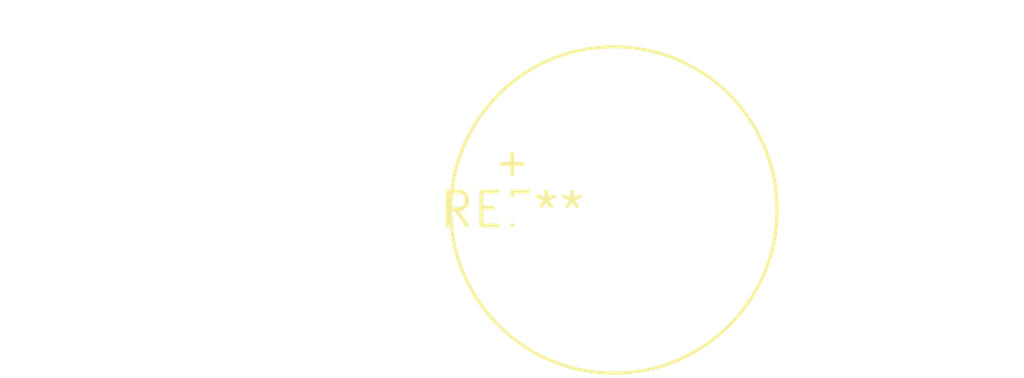
<source format=kicad_pcb>
(kicad_pcb (version 20240108) (generator pcbnew)
  (layers (0 "F.Cu" signal) (31 "B.Cu" signal) (34 "B.Paste" user) (35 "F.Paste" user) (36 "B.SilkS" user "B.Silkscreen") (37 "F.SilkS" user "F.Silkscreen") (38 "B.Mask" user) (39 "F.Mask" user) (44 "Edge.Cuts" user))
  (net 0 "")
  (footprint "MagneticBuzzer_ProSignal_ABI-009-RC" (layer "F.Cu") (at 0 0)
    (property "Reference" "REF**")
    (property "Value" "MagneticBuzzer_ProSignal_ABI-009-RC")
    (fp_circle (center 3.8 0) (end 9.9 0) (layer "F.SilkS") (stroke (width 0.12)) (fill none))
    (fp_text user "+" (at 0 -1.8 0) (layer "F.SilkS"))
    (pad "1" thru_hole rect (at 0 0) (size 1.6 1.6) (drill 1) (layers *.Cu *.Mask) (remove_unused_layers))
    (pad "2" thru_hole circle (at 7.6 0) (size 1.6 1.6) (drill 1) (layers *.Cu *.Mask) (remove_unused_layers))
  )
)
</source>
